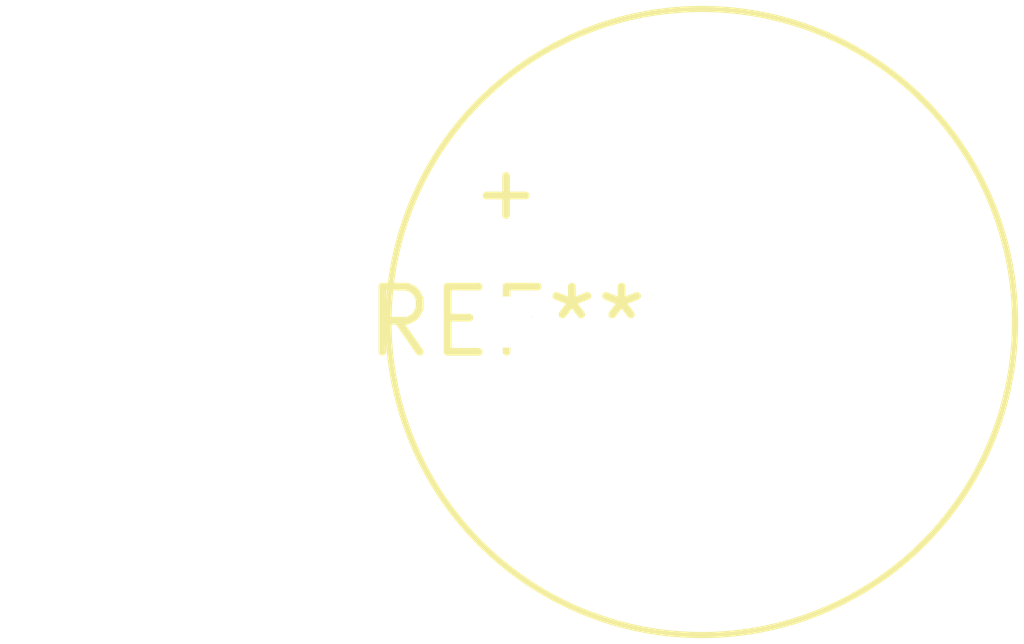
<source format=kicad_pcb>
(kicad_pcb (version 20240108) (generator pcbnew)
  (layers (0 "F.Cu" signal) (31 "B.Cu" signal) (34 "B.Paste" user) (35 "F.Paste" user) (36 "B.SilkS" user "B.Silkscreen") (37 "F.SilkS" user "F.Silkscreen") (38 "B.Mask" user) (39 "F.Mask" user) (44 "Edge.Cuts" user))
  (net 0 "")
  (footprint "Buzzer_12x9.5RM7.6" (layer "F.Cu") (at 0 0)
    (property "Reference" "REF**")
    (property "Value" "Buzzer_12x9.5RM7.6")
    (fp_circle (center 3.8 0) (end 9.9 0) (layer "F.SilkS") (stroke (width 0.12)) (fill none))
    (fp_text user "+" (at -0.01 -2.54 0) (layer "F.SilkS"))
    (pad "1" thru_hole rect (at 0 0) (size 2 2) (drill 1) (layers *.Cu *.Mask) (remove_unused_layers))
    (pad "2" thru_hole circle (at 7.6 0) (size 2 2) (drill 1) (layers *.Cu *.Mask) (remove_unused_layers))
  )
)
</source>
